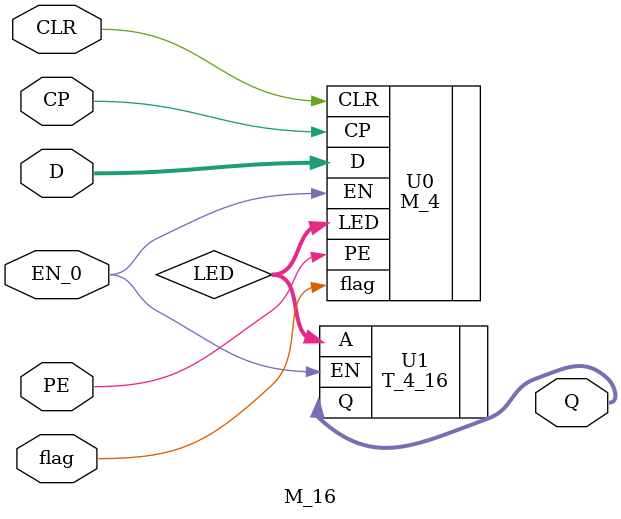
<source format=v>
`timescale 1ns / 1ps
module M_16(CP, CLR, EN_0, PE, flag, D, Q);
input CP, CLR, EN_0, PE, flag;
input [3:0] D;
output wire [15:0] Q;

wire [3:0]LED; 

M_4 U0(
    .CP (CP),
    .CLR (CLR),
    .EN (EN_0),
    .PE (PE),
    .D (D),
    .flag (flag),
    .LED (LED)
);
T_4_16 U1(
    .A(LED),
    .EN(EN_0),
    .Q(Q)
);
endmodule


</source>
